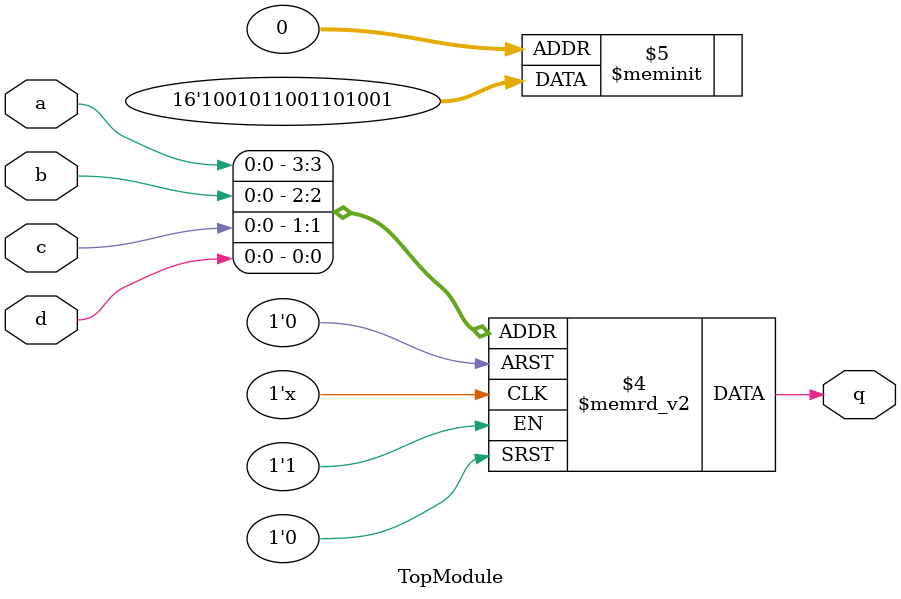
<source format=sv>
module TopModule(
    input logic a,
    input logic b,
    input logic c,
    input logic d,
    output logic q
);
    always @(*) begin
        case ({a, b, c, d})
            4'b0000: q = 1;
            4'b0001: q = 0;
            4'b0010: q = 0;
            4'b0011: q = 1;
            4'b0100: q = 0;
            4'b0101: q = 1;
            4'b0110: q = 1;
            4'b0111: q = 0;
            4'b1000: q = 0;
            4'b1001: q = 1;
            4'b1010: q = 1;
            4'b1011: q = 0;
            4'b1100: q = 1;
            4'b1101: q = 0;
            4'b1110: q = 0;
            4'b1111: q = 1;
            default: q = 0;
        endcase
    end
endmodule
</source>
